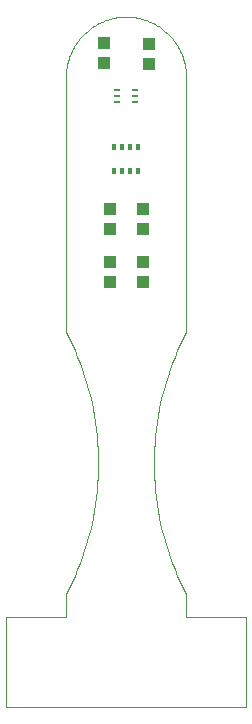
<source format=gtp>
G75*
%MOIN*%
%OFA0B0*%
%FSLAX25Y25*%
%IPPOS*%
%LPD*%
%AMOC8*
5,1,8,0,0,1.08239X$1,22.5*
%
%ADD10C,0.00000*%
%ADD11R,0.03937X0.04331*%
%ADD12R,0.02000X0.00980*%
%ADD13R,0.01378X0.01969*%
D10*
X0046600Y0039100D02*
X0046600Y0069100D01*
X0066600Y0069100D01*
X0066600Y0076600D01*
X0046600Y0039100D02*
X0126600Y0039100D01*
X0126600Y0069100D01*
X0106600Y0069100D01*
X0106600Y0076600D01*
X0106600Y0164100D02*
X0106600Y0249100D01*
X0106594Y0249587D01*
X0106576Y0250074D01*
X0106547Y0250560D01*
X0106505Y0251045D01*
X0106452Y0251529D01*
X0106387Y0252012D01*
X0106310Y0252493D01*
X0106222Y0252972D01*
X0106122Y0253449D01*
X0106010Y0253923D01*
X0105887Y0254394D01*
X0105752Y0254862D01*
X0105606Y0255327D01*
X0105449Y0255788D01*
X0105280Y0256245D01*
X0105101Y0256697D01*
X0104910Y0257146D01*
X0104709Y0257589D01*
X0104497Y0258028D01*
X0104274Y0258461D01*
X0104041Y0258888D01*
X0103797Y0259310D01*
X0103544Y0259726D01*
X0103280Y0260135D01*
X0103006Y0260538D01*
X0102723Y0260934D01*
X0102430Y0261323D01*
X0102128Y0261705D01*
X0101816Y0262080D01*
X0101495Y0262446D01*
X0101166Y0262805D01*
X0100828Y0263156D01*
X0100481Y0263498D01*
X0100127Y0263832D01*
X0099764Y0264157D01*
X0099393Y0264473D01*
X0099015Y0264780D01*
X0098630Y0265078D01*
X0098237Y0265366D01*
X0097838Y0265644D01*
X0097431Y0265913D01*
X0097019Y0266172D01*
X0096600Y0266421D01*
X0096175Y0266659D01*
X0095745Y0266887D01*
X0095309Y0267104D01*
X0094868Y0267311D01*
X0094422Y0267507D01*
X0093972Y0267692D01*
X0093517Y0267866D01*
X0093058Y0268029D01*
X0092595Y0268180D01*
X0092128Y0268321D01*
X0091659Y0268450D01*
X0091186Y0268567D01*
X0090711Y0268673D01*
X0090233Y0268767D01*
X0089753Y0268850D01*
X0089271Y0268921D01*
X0088787Y0268980D01*
X0088303Y0269027D01*
X0087817Y0269063D01*
X0087330Y0269087D01*
X0086844Y0269099D01*
X0086356Y0269099D01*
X0085870Y0269087D01*
X0085383Y0269063D01*
X0084897Y0269027D01*
X0084413Y0268980D01*
X0083929Y0268921D01*
X0083447Y0268850D01*
X0082967Y0268767D01*
X0082489Y0268673D01*
X0082014Y0268567D01*
X0081541Y0268450D01*
X0081072Y0268321D01*
X0080605Y0268180D01*
X0080142Y0268029D01*
X0079683Y0267866D01*
X0079228Y0267692D01*
X0078778Y0267507D01*
X0078332Y0267311D01*
X0077891Y0267104D01*
X0077455Y0266887D01*
X0077025Y0266659D01*
X0076600Y0266421D01*
X0076181Y0266172D01*
X0075769Y0265913D01*
X0075362Y0265644D01*
X0074963Y0265366D01*
X0074570Y0265078D01*
X0074185Y0264780D01*
X0073807Y0264473D01*
X0073436Y0264157D01*
X0073073Y0263832D01*
X0072719Y0263498D01*
X0072372Y0263156D01*
X0072034Y0262805D01*
X0071705Y0262446D01*
X0071384Y0262080D01*
X0071072Y0261705D01*
X0070770Y0261323D01*
X0070477Y0260934D01*
X0070194Y0260538D01*
X0069920Y0260135D01*
X0069656Y0259726D01*
X0069403Y0259310D01*
X0069159Y0258888D01*
X0068926Y0258461D01*
X0068703Y0258028D01*
X0068491Y0257589D01*
X0068290Y0257146D01*
X0068099Y0256697D01*
X0067920Y0256245D01*
X0067751Y0255788D01*
X0067594Y0255327D01*
X0067448Y0254862D01*
X0067313Y0254394D01*
X0067190Y0253923D01*
X0067078Y0253449D01*
X0066978Y0252972D01*
X0066890Y0252493D01*
X0066813Y0252012D01*
X0066748Y0251529D01*
X0066695Y0251045D01*
X0066653Y0250560D01*
X0066624Y0250074D01*
X0066606Y0249587D01*
X0066600Y0249100D01*
X0066600Y0164100D01*
X0067626Y0162071D01*
X0068603Y0160018D01*
X0069530Y0157941D01*
X0070407Y0155844D01*
X0071233Y0153725D01*
X0072008Y0151588D01*
X0072732Y0149432D01*
X0073404Y0147260D01*
X0074024Y0145072D01*
X0074591Y0142871D01*
X0075105Y0140656D01*
X0075565Y0138429D01*
X0075972Y0136192D01*
X0076325Y0133946D01*
X0076625Y0131692D01*
X0076870Y0129431D01*
X0077061Y0127166D01*
X0077197Y0124896D01*
X0077279Y0122624D01*
X0077306Y0120350D01*
X0077279Y0118076D01*
X0077197Y0115804D01*
X0077061Y0113534D01*
X0076870Y0111269D01*
X0076625Y0109008D01*
X0076325Y0106754D01*
X0075972Y0104508D01*
X0075565Y0102271D01*
X0075105Y0100044D01*
X0074591Y0097829D01*
X0074024Y0095628D01*
X0073404Y0093440D01*
X0072732Y0091268D01*
X0072008Y0089112D01*
X0071233Y0086975D01*
X0070407Y0084856D01*
X0069530Y0082759D01*
X0068603Y0080682D01*
X0067626Y0078629D01*
X0066600Y0076600D01*
X0106600Y0076600D02*
X0105574Y0078629D01*
X0104597Y0080682D01*
X0103670Y0082759D01*
X0102793Y0084856D01*
X0101967Y0086975D01*
X0101192Y0089112D01*
X0100468Y0091268D01*
X0099796Y0093440D01*
X0099176Y0095628D01*
X0098609Y0097829D01*
X0098095Y0100044D01*
X0097635Y0102271D01*
X0097228Y0104508D01*
X0096875Y0106754D01*
X0096575Y0109008D01*
X0096330Y0111269D01*
X0096139Y0113534D01*
X0096003Y0115804D01*
X0095921Y0118076D01*
X0095894Y0120350D01*
X0095921Y0122624D01*
X0096003Y0124896D01*
X0096139Y0127166D01*
X0096330Y0129431D01*
X0096575Y0131692D01*
X0096875Y0133946D01*
X0097228Y0136192D01*
X0097635Y0138429D01*
X0098095Y0140656D01*
X0098609Y0142871D01*
X0099176Y0145072D01*
X0099796Y0147260D01*
X0100468Y0149432D01*
X0101192Y0151588D01*
X0101967Y0153725D01*
X0102793Y0155844D01*
X0103670Y0157941D01*
X0104597Y0160018D01*
X0105574Y0162071D01*
X0106600Y0164100D01*
D11*
X0092100Y0180754D03*
X0092100Y0187446D03*
X0092100Y0198254D03*
X0092100Y0204946D03*
X0081100Y0204946D03*
X0081100Y0198254D03*
X0081100Y0187446D03*
X0081100Y0180754D03*
X0094100Y0253254D03*
X0094100Y0259946D03*
X0079100Y0260446D03*
X0079100Y0253754D03*
D12*
X0083543Y0244591D03*
X0083543Y0242587D03*
X0083543Y0240639D03*
X0089750Y0240639D03*
X0089750Y0242587D03*
X0089750Y0244591D03*
D13*
X0090439Y0225635D03*
X0087880Y0225635D03*
X0085320Y0225635D03*
X0082761Y0225635D03*
X0082761Y0217565D03*
X0085320Y0217565D03*
X0087880Y0217565D03*
X0090439Y0217565D03*
M02*

</source>
